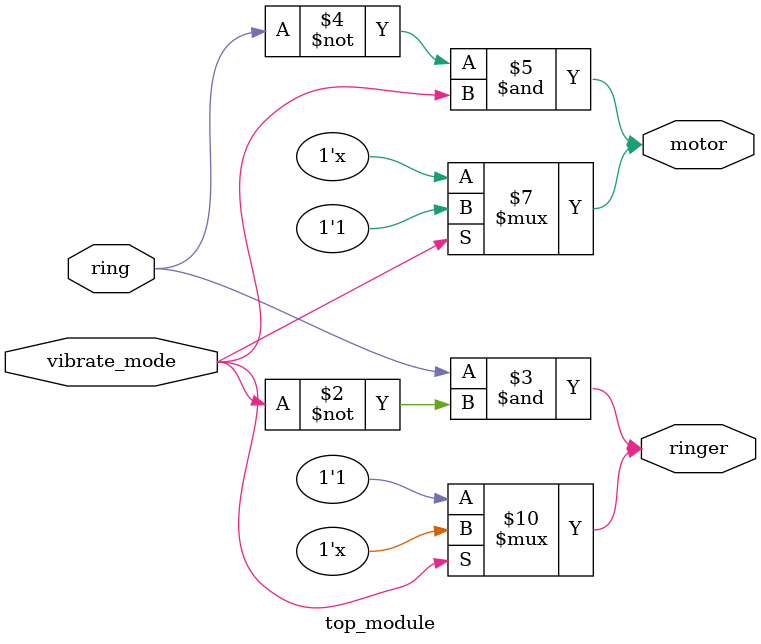
<source format=sv>
module top_module(
    input ring, 
    input vibrate_mode,
    output ringer,
    output motor
);

reg ringer;
reg motor;

always @(*) begin
    if (vibrate_mode)
        motor = 1;
    else
        ringer = 1;
end

assign ringer = ring & ~vibrate_mode;
assign motor = ~ring & vibrate_mode;

endmodule

</source>
